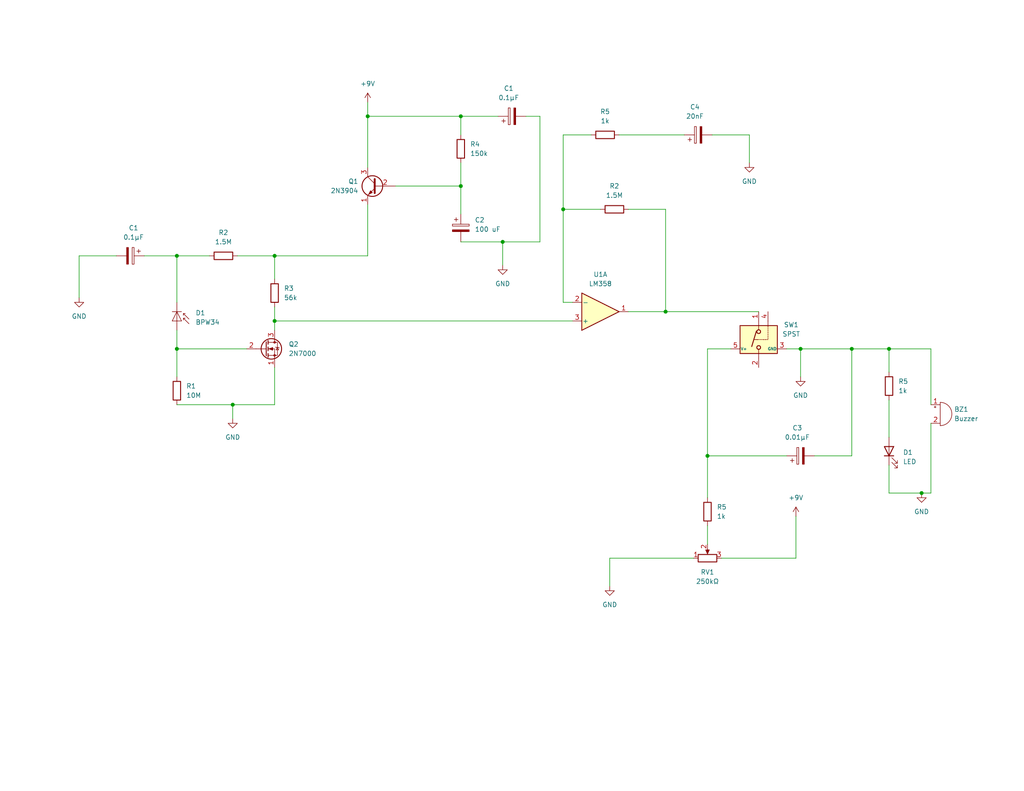
<source format=kicad_sch>
(kicad_sch (version 20211123) (generator eeschema)
  (paper "USLetter")
  (title_block (title "gammaray2usb") (date "2021-12-27") (rev "0.2") (company "Fork Sand, Inc."))
  (lib_symbols
    (symbol "Amplifier_Operational:LM358" (pin_names (offset 0.127))
      (property "Reference" "U" (at 0 5.08 0))
      (property "Value" "LM358" (at 0 -5.08 0))
      (symbol "LM358_1_1"
        (polyline (pts (xy -5.08 5.08) (xy 5.08 0) (xy -5.08 -5.08) (xy -5.08 5.08)) (stroke (width 0.254)) (fill (type background)))
        (pin output line (at 7.62 0 180) (length 2.54) (name "~") (number "1"))
        (pin input line (at -7.62 -2.54 0) (length 2.54) (name "-") (number "2"))
        (pin input line (at -7.62 2.54 0) (length 2.54) (name "+") (number "3"))
      )
      (symbol "LM358_2_1"
        (polyline (pts (xy -5.08 5.08) (xy 5.08 0) (xy -5.08 -5.08) (xy -5.08 5.08)) (stroke (width 0.254)) (fill (type background)))
        (pin input line (at -7.62 2.54 0) (length 2.54) (name "+") (number "5"))
        (pin input line (at -7.62 -2.54 0) (length 2.54) (name "-") (number "6"))
        (pin output line (at 7.62 0 180) (length 2.54) (name "~") (number "7"))
      )
      (symbol "LM358_3_1"
        (pin power_in line (at -2.54 -7.62 90) (length 3.81) (name "V-") (number "4"))
        (pin power_in line (at -2.54 7.62 270) (length 3.81) (name "V+") (number "8"))
      )
    )
    (symbol "Analog_Switch:TS5A3166DBVR" (pin_names (offset 0.127))
      (property "Reference" "U" (at -3.81 6.35 0))
      (property "Value" "TS5A3166DBVR" (at 3.81 -6.35 0))
      (symbol "TS5A3166DBVR_0_1"
        (polyline (pts (xy -5.08 -2.54) (xy -3.302 -2.54)))
        (polyline (pts (xy -3.048 -2.54) (xy -2.794 -2.54)))
        (polyline (pts (xy -2.54 -2.54) (xy -2.286 -2.54)))
        (polyline (pts (xy -2.032 -2.54) (xy -1.778 -2.54)))
        (polyline (pts (xy -1.524 -2.54) (xy -1.27 -2.54)))
        (polyline (pts (xy -1.016 -2.54) (xy -0.762 -2.54)))
        (polyline (pts (xy -0.508 -2.54) (xy -0.254 -2.54)))
        (polyline (pts (xy 0 -2.032) (xy 0 -1.778)))
        (polyline (pts (xy 0 -1.524) (xy 0 -1.27)))
      )
      (symbol "TS5A3166DBVR_1_1"
        (rectangle (start -3.81 5.08) (end 3.81 -5.08) (stroke (width 0.254)) (fill (type background)))
        (circle (center -2.159 0) (radius 0.508) (stroke (width 0.254)))
        (polyline (pts (xy -5.08 0) (xy -2.794 0)))
        (polyline (pts (xy -2.286 0.635) (xy 1.905 1.905)) (stroke (width 0.254)))
        (polyline (pts (xy 0 -2.54) (xy 0 -2.286)))
        (polyline (pts (xy 0 -2.032) (xy 0 -1.778)))
        (polyline (pts (xy 0 -1.524) (xy 0 -1.27)))
        (polyline (pts (xy 0 -1.016) (xy 0 -0.762)))
        (polyline (pts (xy 0 -0.508) (xy 0 -0.254)))
        (polyline (pts (xy 0 0) (xy 0 0.508)))
        (polyline (pts (xy 0 0.254) (xy 0 1.27)))
        (polyline (pts (xy 5.08 0) (xy 2.794 0)))
        (circle (center 2.159 0) (radius 0.508) (stroke (width 0.254)))
        (pin passive line (at -7.62 0 0) (length 2.54) (name "~") (number "1"))
        (pin passive line (at 7.62 0 180) (length 2.54) (name "~") (number "2"))
        (pin power_in line (at 2.54 -7.62 90) (length 2.54) (name "GND") (number "3"))
        (pin input line (at -7.62 -2.54 0) (length 2.54) (name "~") (number "4"))
        (pin power_in line (at 2.54 7.62 270) (length 2.54) (name "V+") (number "5"))
      )
    )
    (symbol "Device:Buzzer" (pin_names (offset 0.0254) hide)
      (property "Reference" "BZ" (at 3.81 1.27 0))
      (property "Value" "Buzzer" (at 3.81 -1.27 0))
      (symbol "Buzzer_0_1"
        (arc (start 0 -3.175) (mid 3.175 0) (end 0 3.175))
        (polyline (pts (xy -1.651 1.905) (xy -1.143 1.905)))
        (polyline (pts (xy -1.397 2.159) (xy -1.397 1.651)))
        (polyline (pts (xy 0 3.175) (xy 0 -3.175)))
      )
      (symbol "Buzzer_1_1"
        (pin passive line (at -2.54 2.54 0) (length 2.54) (name "-") (number "1"))
        (pin passive line (at -2.54 -2.54 0) (length 2.54) (name "+") (number "2"))
      )
    )
    (symbol "Device:C_Polarized" (pin_numbers hide) (pin_names (offset 0.254))
      (property "Reference" "C" (at 0.635 2.54 0))
      (property "Value" "C_Polarized" (at 0.635 -2.54 0))
      (symbol "C_Polarized_0_1"
        (rectangle (start -2.286 0.508) (end 2.286 1.016))
        (polyline (pts (xy -1.778 2.286) (xy -0.762 2.286)))
        (polyline (pts (xy -1.27 2.794) (xy -1.27 1.778)))
        (rectangle (start 2.286 -0.508) (end -2.286 -1.016) (fill (type outline)))
      )
      (symbol "C_Polarized_1_1"
        (pin passive line (at 0 3.81 270) (length 2.794) (name "~") (number "1"))
        (pin passive line (at 0 -3.81 90) (length 2.794) (name "~") (number "2"))
      )
    )
    (symbol "Device:LED" (pin_numbers hide) (pin_names (offset 1.016) hide)
      (property "Reference" "D" (at 0 2.54 0))
      (property "Value" "LED" (at 0 -2.54 0))
      (symbol "LED_0_1"
        (polyline (pts (xy -1.27 -1.27) (xy -1.27 1.27)) (stroke (width 0.254)))
        (polyline (pts (xy -1.27 0) (xy 1.27 0)))
        (polyline (pts (xy 1.27 -1.27) (xy 1.27 1.27) (xy -1.27 0) (xy 1.27 -1.27)) (stroke (width 0.254)))
        (polyline (pts (xy -3.048 -0.762) (xy -4.572 -2.286) (xy -3.81 -2.286) (xy -4.572 -2.286) (xy -4.572 -1.524)))
        (polyline (pts (xy -1.778 -0.762) (xy -3.302 -2.286) (xy -2.54 -2.286) (xy -3.302 -2.286) (xy -3.302 -1.524)))
      )
      (symbol "LED_1_1"
        (pin passive line (at -3.81 0 0) (length 2.54) (name "K") (number "1"))
        (pin passive line (at 3.81 0 180) (length 2.54) (name "A") (number "2"))
      )
    )
    (symbol "Device:R" (pin_numbers hide) (pin_names (offset 0))
      (property "Reference" "R" (at 2.032 0 90))
      (property "Value" "R" (at 0 0 90))
      (symbol "R_0_1"
        (rectangle (start -1.016 -2.54) (end 1.016 2.54) (stroke (width 0.254)))
      )
      (symbol "R_1_1"
        (pin passive line (at 0 3.81 270) (length 1.27) (name "~") (number "1"))
        (pin passive line (at 0 -3.81 90) (length 1.27) (name "~") (number "2"))
      )
    )
    (symbol "Device:R_Potentiometer" (pin_names (offset 1.016) hide)
      (property "Reference" "RV" (at -4.445 0 90))
      (property "Value" "R_Potentiometer" (at -2.54 0 90))
      (symbol "R_Potentiometer_0_1"
        (polyline (pts (xy 2.54 0) (xy 1.524 0)))
        (polyline (pts (xy 1.143 0) (xy 2.286 0.508) (xy 2.286 -0.508) (xy 1.143 0)) (fill (type outline)))
        (rectangle (start 1.016 2.54) (end -1.016 -2.54) (stroke (width 0.254)))
      )
      (symbol "R_Potentiometer_1_1"
        (pin passive line (at 0 3.81 270) (length 1.27) (name "1") (number "1"))
        (pin passive line (at 3.81 0 180) (length 1.27) (name "2") (number "2"))
        (pin passive line (at 0 -3.81 90) (length 1.27) (name "3") (number "3"))
      )
    )
    (symbol "Sensor_Optical:BPW34" (pin_numbers hide) (pin_names (offset 1.016) hide)
      (property "Reference" "D" (at 0.508 1.778 0))
      (property "Value" "BPW34" (at -1.016 -2.794 0))
      (symbol "BPW34_0_1"
        (polyline (pts (xy -2.54 1.27) (xy -2.54 -1.27)) (stroke (width 0.1524)))
        (polyline (pts (xy -2.032 1.778) (xy -1.524 1.778)))
        (polyline (pts (xy 0 -1.27) (xy 0 1.27)))
        (polyline (pts (xy 0 0) (xy -2.54 0)))
        (polyline (pts (xy -0.508 3.302) (xy -2.032 1.778) (xy -2.032 2.286)))
        (polyline (pts (xy 0 1.27) (xy -2.54 0) (xy 0 -1.27)))
        (polyline (pts (xy 0.762 3.302) (xy -0.762 1.778) (xy -0.762 2.286) (xy -0.762 1.778) (xy -0.254 1.778)))
      )
      (symbol "BPW34_1_1"
        (pin passive line (at -5.08 0 0) (length 2.54) (name "K") (number "1"))
        (pin passive line (at 2.54 0 180) (length 2.54) (name "A") (number "2"))
      )
    )
    (symbol "Transistor_BJT:2N3904" (pin_names (offset 0) hide)
      (property "Reference" "Q" (at 5.08 1.905 0))
      (property "Value" "2N3904" (at 5.08 0 0))
      (symbol "2N3904_0_1"
        (polyline (pts (xy 0.635 0.635) (xy 2.54 2.54)))
        (polyline (pts (xy 0.635 -0.635) (xy 2.54 -2.54) (xy 2.54 -2.54)))
        (polyline (pts (xy 0.635 1.905) (xy 0.635 -1.905) (xy 0.635 -1.905)) (stroke (width 0.508)))
        (polyline (pts (xy 1.27 -1.778) (xy 1.778 -1.27) (xy 2.286 -2.286) (xy 1.27 -1.778) (xy 1.27 -1.778)) (fill (type outline)))
        (circle (center 1.27 0) (radius 2.8194) (stroke (width 0.254)))
      )
      (symbol "2N3904_1_1"
        (pin passive line (at 2.54 -5.08 90) (length 2.54) (name "E") (number "1"))
        (pin passive line (at -5.08 0 0) (length 5.715) (name "B") (number "2"))
        (pin passive line (at 2.54 5.08 270) (length 2.54) (name "C") (number "3"))
      )
    )
    (symbol "Transistor_FET:2N7000" (pin_names hide)
      (property "Reference" "Q" (at 5.08 1.905 0))
      (property "Value" "2N7000" (at 5.08 0 0))
      (symbol "2N7000_0_1"
        (polyline (pts (xy 0.254 0) (xy -2.54 0)))
        (polyline (pts (xy 0.254 1.905) (xy 0.254 -1.905)) (stroke (width 0.254)))
        (polyline (pts (xy 0.762 -1.27) (xy 0.762 -2.286)) (stroke (width 0.254)))
        (polyline (pts (xy 0.762 0.508) (xy 0.762 -0.508)) (stroke (width 0.254)))
        (polyline (pts (xy 0.762 2.286) (xy 0.762 1.27)) (stroke (width 0.254)))
        (polyline (pts (xy 2.54 2.54) (xy 2.54 1.778)))
        (polyline (pts (xy 2.54 -2.54) (xy 2.54 0) (xy 0.762 0)))
        (polyline (pts (xy 0.762 -1.778) (xy 3.302 -1.778) (xy 3.302 1.778) (xy 0.762 1.778)))
        (polyline (pts (xy 1.016 0) (xy 2.032 0.381) (xy 2.032 -0.381) (xy 1.016 0)) (fill (type outline)))
        (polyline (pts (xy 2.794 0.508) (xy 2.921 0.381) (xy 3.683 0.381) (xy 3.81 0.254)))
        (polyline (pts (xy 3.302 0.381) (xy 2.921 -0.254) (xy 3.683 -0.254) (xy 3.302 0.381)))
        (circle (center 1.651 0) (radius 2.794) (stroke (width 0.254)))
        (circle (center 2.54 -1.778) (radius 0.254) (fill (type outline)))
        (circle (center 2.54 1.778) (radius 0.254) (fill (type outline)))
      )
      (symbol "2N7000_1_1"
        (pin passive line (at 2.54 -5.08 90) (length 2.54) (name "S") (number "1"))
        (pin input line (at -5.08 0 0) (length 2.54) (name "G") (number "2"))
        (pin passive line (at 2.54 5.08 270) (length 2.54) (name "D") (number "3"))
      )
    )
    (symbol "power:+9V" (power) (pin_names (offset 0))
      (property "Value" "+9V" (at 0 3.556 0))
      (symbol "+9V_0_1"
        (polyline (pts (xy -0.762 1.27) (xy 0 2.54)))
        (polyline (pts (xy 0 0) (xy 0 2.54)))
        (polyline (pts (xy 0 2.54) (xy 0.762 1.27)))
      )
      (symbol "+9V_1_1"
        (pin power_in line (at 0 0 90) (length 0) hide (name "+9V") (number "1"))
      )
    )
    (symbol "power:GND" (power) (pin_names (offset 0))
      (property "Value" "GND" (at 0 -3.81 0))
      (symbol "GND_0_1"
        (polyline (pts (xy 0 0) (xy 0 -1.27) (xy 1.27 -1.27) (xy 0 -2.54) (xy -1.27 -1.27) (xy 0 -1.27)))
      )
      (symbol "GND_1_1"
        (pin power_in line (at 0 0 270) (length 0) hide (name "GND") (number "1"))
      )
    )
  )
  (junction (at 251.46 134.62))
  (junction (at 48.26 69.85))
  (junction (at 242.57 95.25))
  (junction (at 153.67 57.15))
  (junction (at 181.61 85.09))
  (junction (at 48.26 95.25))
  (junction (at 125.73 31.75))
  (junction (at 218.44 95.25))
  (junction (at 74.93 87.63))
  (junction (at 125.73 50.8))
  (junction (at 232.41 95.25))
  (junction (at 100.33 31.75))
  (junction (at 74.93 69.85))
  (junction (at 193.04 124.46))
  (junction (at 137.16 66.04))
  (junction (at 63.5 110.49))
  (wire (pts (xy 251.46 134.62) (xy 254 134.62)))
  (wire (pts (xy 137.16 66.04) (xy 137.16 72.39)))
  (wire (pts (xy 156.21 82.55) (xy 153.67 82.55)))
  (wire (pts (xy 48.26 69.85) (xy 48.26 82.55)))
  (wire (pts (xy 100.33 55.88) (xy 100.33 69.85)))
  (wire (pts (xy 48.26 69.85) (xy 57.15 69.85)))
  (wire (pts (xy 143.51 31.75) (xy 147.32 31.75)))
  (wire (pts (xy 254 115.57) (xy 254 134.62)))
  (wire (pts (xy 153.67 36.83) (xy 161.29 36.83)))
  (wire (pts (xy 166.37 152.4) (xy 166.37 160.02)))
  (wire (pts (xy 196.85 152.4) (xy 217.17 152.4)))
  (wire (pts (xy 100.33 69.85) (xy 74.93 69.85)))
  (wire (pts (xy 254 95.25) (xy 242.57 95.25)))
  (wire (pts (xy 204.47 36.83) (xy 204.47 44.45)))
  (wire (pts (xy 242.57 134.62) (xy 251.46 134.62)))
  (wire (pts (xy 222.25 124.46) (xy 232.41 124.46)))
  (wire (pts (xy 193.04 124.46) (xy 193.04 135.89)))
  (wire (pts (xy 242.57 95.25) (xy 232.41 95.25)))
  (wire (pts (xy 181.61 85.09) (xy 207.01 85.09)))
  (wire (pts (xy 232.41 95.25) (xy 218.44 95.25)))
  (wire (pts (xy 48.26 95.25) (xy 48.26 102.87)))
  (wire (pts (xy 125.73 31.75) (xy 125.73 36.83)))
  (wire (pts (xy 254 110.49) (xy 254 95.25)))
  (wire (pts (xy 74.93 83.82) (xy 74.93 87.63)))
  (wire (pts (xy 39.37 69.85) (xy 48.26 69.85)))
  (wire (pts (xy 137.16 66.04) (xy 147.32 66.04)))
  (wire (pts (xy 147.32 31.75) (xy 147.32 66.04)))
  (wire (pts (xy 107.95 50.8) (xy 125.73 50.8)))
  (wire (pts (xy 100.33 27.94) (xy 100.33 31.75)))
  (wire (pts (xy 74.93 87.63) (xy 74.93 90.17)))
  (wire (pts (xy 242.57 127) (xy 242.57 134.62)))
  (wire (pts (xy 125.73 50.8) (xy 125.73 58.42)))
  (wire (pts (xy 168.91 36.83) (xy 186.69 36.83)))
  (wire (pts (xy 64.77 69.85) (xy 74.93 69.85)))
  (wire (pts (xy 125.73 31.75) (xy 135.89 31.75)))
  (wire (pts (xy 181.61 57.15) (xy 181.61 85.09)))
  (wire (pts (xy 242.57 95.25) (xy 242.57 101.6)))
  (wire (pts (xy 74.93 87.63) (xy 156.21 87.63)))
  (wire (pts (xy 171.45 85.09) (xy 181.61 85.09)))
  (wire (pts (xy 199.39 95.25) (xy 193.04 95.25)))
  (wire (pts (xy 125.73 66.04) (xy 137.16 66.04)))
  (wire (pts (xy 189.23 152.4) (xy 166.37 152.4)))
  (wire (pts (xy 153.67 57.15) (xy 163.83 57.15)))
  (wire (pts (xy 193.04 143.51) (xy 193.04 148.59)))
  (wire (pts (xy 21.59 81.28) (xy 21.59 69.85)))
  (wire (pts (xy 171.45 57.15) (xy 181.61 57.15)))
  (wire (pts (xy 63.5 110.49) (xy 74.93 110.49)))
  (wire (pts (xy 193.04 95.25) (xy 193.04 124.46)))
  (wire (pts (xy 74.93 100.33) (xy 74.93 110.49)))
  (wire (pts (xy 242.57 109.22) (xy 242.57 119.38)))
  (wire (pts (xy 218.44 95.25) (xy 218.44 102.87)))
  (wire (pts (xy 21.59 69.85) (xy 31.75 69.85)))
  (wire (pts (xy 153.67 57.15) (xy 153.67 36.83)))
  (wire (pts (xy 214.63 95.25) (xy 218.44 95.25)))
  (wire (pts (xy 153.67 82.55) (xy 153.67 57.15)))
  (wire (pts (xy 193.04 124.46) (xy 214.63 124.46)))
  (wire (pts (xy 217.17 140.97) (xy 217.17 152.4)))
  (wire (pts (xy 74.93 69.85) (xy 74.93 76.2)))
  (wire (pts (xy 63.5 110.49) (xy 63.5 114.3)))
  (wire (pts (xy 48.26 90.17) (xy 48.26 95.25)))
  (wire (pts (xy 194.31 36.83) (xy 204.47 36.83)))
  (wire (pts (xy 48.26 110.49) (xy 63.5 110.49)))
  (wire (pts (xy 232.41 95.25) (xy 232.41 124.46)))
  (wire (pts (xy 100.33 31.75) (xy 125.73 31.75)))
  (wire (pts (xy 100.33 31.75) (xy 100.33 45.72)))
  (wire (pts (xy 125.73 44.45) (xy 125.73 50.8)))
  (wire (pts (xy 48.26 95.25) (xy 67.31 95.25)))
  (symbol (lib_id "Device:C_Polarized") (at 125.73 62.23 0) (unit 1)
    (property "Reference" "C2" (at 129.54 60.0709 0) (effects (justify left)))
    (property "Value" "100 uF" (at 129.54 62.6109 0) (effects (justify left)))
    (property "Footprint" "Capacitor_THT:CP_Axial_L10.0mm_D4.5mm_P15.00mm_Horizontal" (effects hide))
  )
  (symbol (lib_id "Device:C_Polarized") (at 139.7 31.75 90) (unit 1)
    (property "Reference" "C1" (at 138.811 24.13 90))
    (property "Value" "0.1µF" (at 138.811 26.67 90))
    (property "Footprint" "Capacitor_THT:CP_Axial_L10.0mm_D4.5mm_P15.00mm_Horizontal" (effects hide))
  )
  (symbol (lib_id "Analog_Switch:TS5A3166DBVR") (at 207.01 92.71 90) (mirror x) (unit 1)
    (property "Reference" "SW1" (at 215.9 88.6712 90))
    (property "Value" "SPST" (at 215.9 91.2112 90))
    (property "Footprint" "Package_TO_SOT_SMD:SOT-23-5" (effects hide))
    (property "Datasheet" " http://www.ti.com/lit/ds/symlink/ts5a3166.pdf" (effects hide))
  )
  (symbol (lib_id "power:GND") (at 218.44 102.87 0) (unit 1)
    (property "Reference" "#PWR?" (effects hide))
    (property "Value" "GND" (at 218.44 107.95 0))
  )
  (symbol (lib_id "power:GND") (at 137.16 72.39 0) (unit 1)
    (property "Reference" "#PWR?" (effects hide))
    (property "Value" "GND" (at 137.16 77.47 0))
  )
  (symbol (lib_id "Device:R") (at 193.04 139.7 180) (unit 1)
    (property "Reference" "R5" (at 195.58 138.4299 0) (effects (justify right)))
    (property "Value" "1k" (at 195.58 140.9699 0) (effects (justify right)))
    (property "Footprint" "Resistor_THT:R_Axial_DIN0207_L6.3mm_D2.5mm_P10.16mm_Horizontal" (effects hide))
  )
  (symbol (lib_id "Transistor_BJT:2N3904") (at 102.87 50.8 0) (mirror y) (unit 1)
    (property "Reference" "Q1" (at 97.79 49.5299 0) (effects (justify left)))
    (property "Value" "2N3904" (at 97.79 52.0699 0) (effects (justify left)))
    (property "Footprint" "Package_TO_SOT_THT:TO-92_Inline" (effects hide))
    (property "Datasheet" "https://www.onsemi.com/pub/Collateral/2N3903-D.PDF" (effects hide))
  )
  (symbol (lib_id "Device:R") (at 60.96 69.85 90) (unit 1)
    (property "Reference" "R2" (at 60.96 63.5 90))
    (property "Value" "1.5M" (at 60.96 66.04 90))
    (property "Footprint" "Resistor_THT:R_Axial_DIN0207_L6.3mm_D2.5mm_P10.16mm_Horizontal" (effects hide))
  )
  (symbol (lib_id "Device:R") (at 125.73 40.64 0) (unit 1)
    (property "Reference" "R4" (at 128.27 39.3699 0) (effects (justify left)))
    (property "Value" "150k" (at 128.27 41.9099 0) (effects (justify left)))
    (property "Footprint" "Resistor_THT:R_Axial_DIN0207_L6.3mm_D2.5mm_P10.16mm_Horizontal" (effects hide))
  )
  (symbol (lib_id "Device:LED") (at 242.57 123.19 90) (unit 1)
    (property "Reference" "D1" (at 246.38 123.5074 90) (effects (justify right)))
    (property "Value" "LED" (at 246.38 126.0474 90) (effects (justify right)))
    (property "Footprint" "LED_THT:LED_D5.0mm" (effects hide))
  )
  (symbol (lib_id "Device:R") (at 167.64 57.15 90) (unit 1)
    (property "Reference" "R2" (at 167.64 50.8 90))
    (property "Value" "1.5M" (at 167.64 53.34 90))
    (property "Footprint" "Resistor_THT:R_Axial_DIN0207_L6.3mm_D2.5mm_P10.16mm_Horizontal" (effects hide))
  )
  (symbol (lib_id "power:GND") (at 251.46 134.62 0) (unit 1)
    (property "Reference" "#PWR?" (effects hide))
    (property "Value" "GND" (at 251.46 139.7 0))
  )
  (symbol (lib_id "Device:R") (at 165.1 36.83 90) (unit 1)
    (property "Reference" "R5" (at 165.1 30.48 90))
    (property "Value" "1k" (at 165.1 33.02 90))
    (property "Footprint" "Resistor_THT:R_Axial_DIN0207_L6.3mm_D2.5mm_P10.16mm_Horizontal" (effects hide))
  )
  (symbol (lib_id "Device:R") (at 48.26 106.68 0) (unit 1)
    (property "Reference" "R1" (at 50.8 105.4099 0) (effects (justify left)))
    (property "Value" "10M" (at 50.8 107.9499 0) (effects (justify left)))
    (property "Footprint" "Resistor_THT:R_Axial_DIN0207_L6.3mm_D2.5mm_P10.16mm_Horizontal" (effects hide))
  )
  (symbol (lib_id "Device:C_Polarized") (at 190.5 36.83 90) (unit 1)
    (property "Reference" "C4" (at 189.611 29.21 90))
    (property "Value" "20nF" (at 189.611 31.75 90))
    (property "Footprint" "Capacitor_THT:CP_Axial_L10.0mm_D4.5mm_P15.00mm_Horizontal" (effects hide))
  )
  (symbol (lib_id "Transistor_FET:2N7000") (at 72.39 95.25 0) (unit 1)
    (property "Reference" "Q2" (at 78.74 93.9799 0) (effects (justify left)))
    (property "Value" "2N7000" (at 78.74 96.5199 0) (effects (justify left)))
    (property "Footprint" "Package_TO_SOT_THT:TO-92_Inline" (effects hide))
    (property "Datasheet" "https://www.onsemi.com/pub/Collateral/NDS7002A-D.PDF" (effects hide))
  )
  (symbol (lib_id "Device:Buzzer") (at 256.54 113.03 0) (unit 1)
    (property "Reference" "BZ1" (at 260.35 111.7599 0) (effects (justify left)))
    (property "Value" "Buzzer" (at 260.35 114.2999 0) (effects (justify left)))
    (property "Footprint" "Buzzer_Beeper:Buzzer_15x7.5RM7.6" (effects hide))
  )
  (symbol (lib_id "Sensor_Optical:BPW34") (at 48.26 87.63 270) (unit 1)
    (property "Reference" "D1" (at 53.34 85.4328 90) (effects (justify left)))
    (property "Value" "BPW34" (at 53.34 87.9728 90) (effects (justify left)))
    (property "Footprint" "OptoDevice:Osram_DIL2_4.3x4.65mm_P5.08mm" (effects hide))
    (property "Datasheet" "http://www.vishay.com/docs/81521/bpw34.pdf" (effects hide))
  )
  (symbol (lib_id "Device:R") (at 74.93 80.01 0) (unit 1)
    (property "Reference" "R3" (at 77.47 78.7399 0) (effects (justify left)))
    (property "Value" "56k" (at 77.47 81.2799 0) (effects (justify left)))
    (property "Footprint" "Resistor_THT:R_Axial_DIN0207_L6.3mm_D2.5mm_P10.16mm_Horizontal" (effects hide))
  )
  (symbol (lib_id "Device:R") (at 242.57 105.41 180) (unit 1)
    (property "Reference" "R5" (at 245.11 104.1399 0) (effects (justify right)))
    (property "Value" "1k" (at 245.11 106.6799 0) (effects (justify right)))
    (property "Footprint" "Resistor_THT:R_Axial_DIN0207_L6.3mm_D2.5mm_P10.16mm_Horizontal" (effects hide))
  )
  (symbol (lib_id "power:GND") (at 21.59 81.28 0) (unit 1)
    (property "Reference" "#PWR?" (effects hide))
    (property "Value" "GND" (at 21.59 86.36 0))
  )
  (symbol (lib_id "Amplifier_Operational:LM358") (at 163.83 85.09 0) (mirror x) (unit 1)
    (property "Reference" "U1" (at 163.83 74.93 0))
    (property "Value" "LM358" (at 163.83 77.47 0))
    (property "Footprint" "Package_DIP:DIP-8_W7.62mm" (effects hide))
    (property "Datasheet" "http://www.ti.com/lit/ds/symlink/lm2904-n.pdf" (effects hide))
  )
  (symbol (lib_id "power:GND") (at 166.37 160.02 0) (unit 1)
    (property "Reference" "#PWR?" (effects hide))
    (property "Value" "GND" (at 166.37 165.1 0))
  )
  (symbol (lib_id "power:GND") (at 204.47 44.45 0) (unit 1)
    (property "Reference" "#PWR?" (effects hide))
    (property "Value" "GND" (at 204.47 49.53 0))
  )
  (symbol (lib_id "Device:C_Polarized") (at 218.44 124.46 90) (unit 1)
    (property "Reference" "C3" (at 217.551 116.84 90))
    (property "Value" "0.01µF" (at 217.551 119.38 90))
    (property "Footprint" "Capacitor_THT:CP_Axial_L10.0mm_D4.5mm_P15.00mm_Horizontal" (effects hide))
  )
  (symbol (lib_id "power:GND") (at 63.5 114.3 0) (unit 1)
    (property "Reference" "#PWR?" (effects hide))
    (property "Value" "GND" (at 63.5 119.38 0))
  )
  (symbol (lib_id "Device:C_Polarized") (at 35.56 69.85 270) (unit 1)
    (property "Reference" "C1" (at 36.449 62.23 90))
    (property "Value" "0.1µF" (at 36.449 64.77 90))
    (property "Footprint" "Capacitor_THT:CP_Axial_L10.0mm_D4.5mm_P15.00mm_Horizontal" (effects hide))
  )
  (symbol (lib_id "power:+9V") (at 100.33 27.94 0) (unit 1)
    (property "Reference" "#PWR?" (effects hide))
    (property "Value" "+9V" (at 100.33 22.86 0))
  )
  (symbol (lib_id "power:+9V") (at 217.17 140.97 0) (unit 1)
    (property "Reference" "#PWR?" (effects hide))
    (property "Value" "+9V" (at 217.17 135.89 0))
  )
  (symbol (lib_id "Device:R_Potentiometer") (at 193.04 152.4 90) (unit 1)
    (property "Reference" "RV1" (at 193.04 156.21 90))
    (property "Value" "250kΩ" (at 193.04 158.75 90))
    (property "Footprint" "Potentiometer_THT:Potentiometer_Vishay_T7-YA_Single_Vertical" (effects hide))
  )
)
</source>
